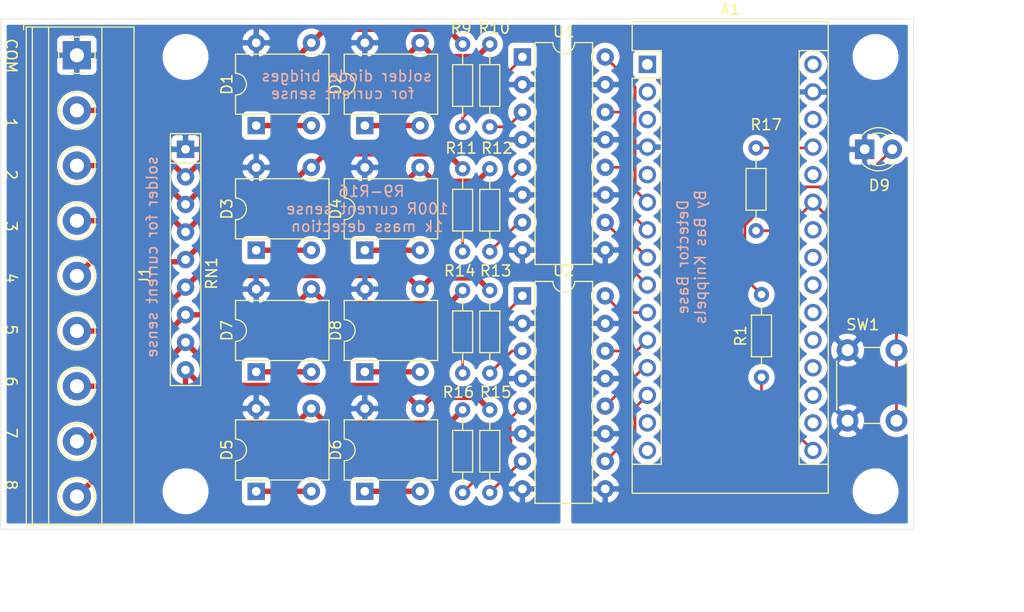
<source format=kicad_pcb>
(kicad_pcb (version 20171130) (host pcbnew "(5.1.6)-1")
  (layers (0 F.Cu signal) (31 B.Cu signal) (34 B.Paste user) (35 F.Paste user) (36 B.SilkS user) (37 F.SilkS user) (38 B.Mask user) (39 F.Mask user) (44 Edge.Cuts user))
  (net 0 "")
  (net 1 /status_led)
  (net 2 "Net-(A1-Pad15)")
  (net 3 "Net-(A1-Pad30)")
  (net 4 "Net-(A1-Pad14)")
  (net 5 GND)
  (net 6 /det8)
  (net 7 "Net-(A1-Pad28)")
  (net 8 /det7)
  (net 9 +5V)
  (net 10 /det6)
  (net 11 "Net-(A1-Pad26)")
  (net 12 /det5)
  (net 13 "Net-(A1-Pad25)")
  (net 14 /det4)
  (net 15 "Net-(A1-Pad24)")
  (net 16 /det3)
  (net 17 "Net-(A1-Pad23)")
  (net 18 /det2)
  (net 19 "Net-(A1-Pad22)")
  (net 20 /det1)
  (net 21 "Net-(A1-Pad21)")
  (net 22 "Net-(A1-Pad5)")
  (net 23 "Net-(A1-Pad20)")
  (net 24 "Net-(A1-Pad19)")
  (net 25 "Net-(A1-Pad3)")
  (net 26 "Net-(A1-Pad18)")
  (net 27 "Net-(A1-Pad2)")
  (net 28 "Net-(A1-Pad17)")
  (net 29 "Net-(A1-Pad1)")
  (net 30 "Net-(D1-Pad1)")
  (net 31 /track1)
  (net 32 /com)
  (net 33 "Net-(D2-Pad1)")
  (net 34 /track2)
  (net 35 "Net-(D3-Pad1)")
  (net 36 /track3)
  (net 37 "Net-(D4-Pad1)")
  (net 38 /track4)
  (net 39 "Net-(D5-Pad1)")
  (net 40 /track5)
  (net 41 "Net-(D6-Pad1)")
  (net 42 /track6)
  (net 43 "Net-(D7-Pad1)")
  (net 44 /track7)
  (net 45 "Net-(D8-Pad1)")
  (net 46 /track8)
  (net 47 "Net-(D9-Pad2)")
  (net 48 "Net-(R9-Pad2)")
  (net 49 "Net-(R10-Pad2)")
  (net 50 "Net-(R11-Pad2)")
  (net 51 "Net-(R12-Pad2)")
  (net 52 "Net-(R13-Pad2)")
  (net 53 "Net-(R14-Pad2)")
  (net 54 "Net-(R15-Pad2)")
  (net 55 "Net-(R16-Pad2)")
  (module MountingHole:MountingHole_3.2mm_M3 (layer F.Cu) (at 148.5 56.5)
    (fp_text reference REF**)
    (fp_text value MountingHole_3.2mm_M3)
    (pad 1 np_thru_hole circle (at 0 0) (size 3.2 3.2) (drill 3.2) (layers *.Cu *.Mask))
  )
  (module MountingHole:MountingHole_3.2mm_M3 (layer F.Cu) (at 148.5 96.5)
    (fp_text reference REF**)
    (fp_text value MountingHole_3.2mm_M3)
    (pad 1 np_thru_hole circle (at 0 0) (size 3.2 3.2) (drill 3.2) (layers *.Cu *.Mask))
  )
  (module MountingHole:MountingHole_3.2mm_M3 (layer F.Cu) (at 85 96.5)
    (fp_text reference REF**)
    (fp_text value MountingHole_3.2mm_M3)
    (pad 1 np_thru_hole circle (at 0 0) (size 3.2 3.2) (drill 3.2) (layers *.Cu *.Mask))
  )
  (module MountingHole:MountingHole_3.2mm_M3 (layer F.Cu) (at 85 56.5)
    (fp_text reference REF**)
    (fp_text value MountingHole_3.2mm_M3)
    (pad 1 np_thru_hole circle (at 0 0) (size 3.2 3.2) (drill 3.2) (layers *.Cu *.Mask))
  )
  (module Package_DIP:DIP-16_W7.62mm (layer F.Cu) (at 116 78.5)
    (fp_text reference U2 (at 3.81 -2.33) (layer F.SilkS))
    (fp_text value PC847)
    (fp_arc (start 3.81 -1.33) (end 2.81 -1.33) (angle -180) (layer F.SilkS) (width 0.12))
    (fp_line (start 2.81 -1.33) (end 1.16 -1.33) (layer F.SilkS) (width 0.12))
    (fp_line (start 1.16 -1.33) (end 1.16 19.11) (layer F.SilkS) (width 0.12))
    (fp_line (start 1.16 19.11) (end 6.46 19.11) (layer F.SilkS) (width 0.12))
    (fp_line (start 6.46 19.11) (end 6.46 -1.33) (layer F.SilkS) (width 0.12))
    (fp_line (start 6.46 -1.33) (end 4.81 -1.33) (layer F.SilkS) (width 0.12))
    (pad 16 thru_hole oval (at 7.62 0) (size 1.6 1.6) (drill 0.8) (layers *.Cu *.Mask) (net 10 /det6))
    (pad 8 thru_hole oval (at 0 17.78) (size 1.6 1.6) (drill 0.8) (layers *.Cu *.Mask) (net 32 /com))
    (pad 15 thru_hole oval (at 7.62 2.54) (size 1.6 1.6) (drill 0.8) (layers *.Cu *.Mask) (net 5 GND))
    (pad 7 thru_hole oval (at 0 15.24) (size 1.6 1.6) (drill 0.8) (layers *.Cu *.Mask) (net 54 "Net-(R15-Pad2)"))
    (pad 14 thru_hole oval (at 7.62 5.08) (size 1.6 1.6) (drill 0.8) (layers *.Cu *.Mask) (net 12 /det5))
    (pad 6 thru_hole oval (at 0 12.7) (size 1.6 1.6) (drill 0.8) (layers *.Cu *.Mask) (net 32 /com))
    (pad 13 thru_hole oval (at 7.62 7.62) (size 1.6 1.6) (drill 0.8) (layers *.Cu *.Mask) (net 5 GND))
    (pad 5 thru_hole oval (at 0 10.16) (size 1.6 1.6) (drill 0.8) (layers *.Cu *.Mask) (net 55 "Net-(R16-Pad2)"))
    (pad 12 thru_hole oval (at 7.62 10.16) (size 1.6 1.6) (drill 0.8) (layers *.Cu *.Mask) (net 6 /det8))
    (pad 4 thru_hole oval (at 0 7.62) (size 1.6 1.6) (drill 0.8) (layers *.Cu *.Mask) (net 32 /com))
    (pad 11 thru_hole oval (at 7.62 12.7) (size 1.6 1.6) (drill 0.8) (layers *.Cu *.Mask) (net 5 GND))
    (pad 3 thru_hole oval (at 0 5.08) (size 1.6 1.6) (drill 0.8) (layers *.Cu *.Mask) (net 52 "Net-(R13-Pad2)"))
    (pad 10 thru_hole oval (at 7.62 15.24) (size 1.6 1.6) (drill 0.8) (layers *.Cu *.Mask) (net 8 /det7))
    (pad 2 thru_hole oval (at 0 2.54) (size 1.6 1.6) (drill 0.8) (layers *.Cu *.Mask) (net 32 /com))
    (pad 9 thru_hole oval (at 7.62 17.78) (size 1.6 1.6) (drill 0.8) (layers *.Cu *.Mask) (net 5 GND))
    (pad 1 thru_hole rect (at 0 0) (size 1.6 1.6) (drill 0.8) (layers *.Cu *.Mask) (net 53 "Net-(R14-Pad2)"))
  )
  (module Package_DIP:DIP-16_W7.62mm (layer F.Cu) (at 116 56.5)
    (fp_text reference U1 (at 3.81 -2.33) (layer F.SilkS))
    (fp_text value PC847)
    (fp_arc (start 3.81 -1.33) (end 2.81 -1.33) (angle -180) (layer F.SilkS) (width 0.12))
    (fp_line (start 2.81 -1.33) (end 1.16 -1.33) (layer F.SilkS) (width 0.12))
    (fp_line (start 1.16 -1.33) (end 1.16 19.11) (layer F.SilkS) (width 0.12))
    (fp_line (start 1.16 19.11) (end 6.46 19.11) (layer F.SilkS) (width 0.12))
    (fp_line (start 6.46 19.11) (end 6.46 -1.33) (layer F.SilkS) (width 0.12))
    (fp_line (start 6.46 -1.33) (end 4.81 -1.33) (layer F.SilkS) (width 0.12))
    (pad 16 thru_hole oval (at 7.62 0) (size 1.6 1.6) (drill 0.8) (layers *.Cu *.Mask) (net 20 /det1))
    (pad 8 thru_hole oval (at 0 17.78) (size 1.6 1.6) (drill 0.8) (layers *.Cu *.Mask) (net 32 /com))
    (pad 15 thru_hole oval (at 7.62 2.54) (size 1.6 1.6) (drill 0.8) (layers *.Cu *.Mask) (net 5 GND))
    (pad 7 thru_hole oval (at 0 15.24) (size 1.6 1.6) (drill 0.8) (layers *.Cu *.Mask) (net 51 "Net-(R12-Pad2)"))
    (pad 14 thru_hole oval (at 7.62 5.08) (size 1.6 1.6) (drill 0.8) (layers *.Cu *.Mask) (net 18 /det2))
    (pad 6 thru_hole oval (at 0 12.7) (size 1.6 1.6) (drill 0.8) (layers *.Cu *.Mask) (net 32 /com))
    (pad 13 thru_hole oval (at 7.62 7.62) (size 1.6 1.6) (drill 0.8) (layers *.Cu *.Mask) (net 5 GND))
    (pad 5 thru_hole oval (at 0 10.16) (size 1.6 1.6) (drill 0.8) (layers *.Cu *.Mask) (net 50 "Net-(R11-Pad2)"))
    (pad 12 thru_hole oval (at 7.62 10.16) (size 1.6 1.6) (drill 0.8) (layers *.Cu *.Mask) (net 16 /det3))
    (pad 4 thru_hole oval (at 0 7.62) (size 1.6 1.6) (drill 0.8) (layers *.Cu *.Mask) (net 32 /com))
    (pad 11 thru_hole oval (at 7.62 12.7) (size 1.6 1.6) (drill 0.8) (layers *.Cu *.Mask) (net 5 GND))
    (pad 3 thru_hole oval (at 0 5.08) (size 1.6 1.6) (drill 0.8) (layers *.Cu *.Mask) (net 49 "Net-(R10-Pad2)"))
    (pad 10 thru_hole oval (at 7.62 15.24) (size 1.6 1.6) (drill 0.8) (layers *.Cu *.Mask) (net 14 /det4))
    (pad 2 thru_hole oval (at 0 2.54) (size 1.6 1.6) (drill 0.8) (layers *.Cu *.Mask) (net 32 /com))
    (pad 9 thru_hole oval (at 7.62 17.78) (size 1.6 1.6) (drill 0.8) (layers *.Cu *.Mask) (net 5 GND))
    (pad 1 thru_hole rect (at 0 0) (size 1.6 1.6) (drill 0.8) (layers *.Cu *.Mask) (net 48 "Net-(R9-Pad2)"))
  )
  (module Button_Switch_THT:SW_PUSH_6mm_H4.3mm (layer F.Cu) (at 145.923 90 90)
    (fp_text reference SW1 (at 8.847 1.397 180) (layer F.SilkS))
    (fp_text value SW_SPST)
    (fp_line (start 1 5.5) (end 5.5 5.5) (layer F.SilkS) (width 0.12))
    (fp_line (start -0.25 1.5) (end -0.25 3) (layer F.SilkS) (width 0.12))
    (fp_line (start 5.5 -1) (end 1 -1) (layer F.SilkS) (width 0.12))
    (fp_line (start 6.75 3) (end 6.75 1.5) (layer F.SilkS) (width 0.12))
    (pad 1 thru_hole circle (at 6.5 0 180) (size 2 2) (drill 1.1) (layers *.Cu *.Mask) (net 5 GND))
    (pad 2 thru_hole circle (at 6.5 4.5 180) (size 2 2) (drill 1.1) (layers *.Cu *.Mask) (net 13 "Net-(A1-Pad25)"))
    (pad 1 thru_hole circle (at 0 0 180) (size 2 2) (drill 1.1) (layers *.Cu *.Mask) (net 5 GND))
    (pad 2 thru_hole circle (at 0 4.5 180) (size 2 2) (drill 1.1) (layers *.Cu *.Mask) (net 13 "Net-(A1-Pad25)"))
  )
  (module Resistor_THT:R_Array_SIP9 (layer F.Cu) (at 85 65 270)
    (fp_text reference RN1 (at 11.43 -2.4 90) (layer F.SilkS))
    (fp_text value R_Network08_Split)
    (fp_line (start -1.44 -1.4) (end -1.44 1.4) (layer F.SilkS) (width 0.12))
    (fp_line (start -1.44 1.4) (end 21.76 1.4) (layer F.SilkS) (width 0.12))
    (fp_line (start 21.76 1.4) (end 21.76 -1.4) (layer F.SilkS) (width 0.12))
    (fp_line (start 21.76 -1.4) (end -1.44 -1.4) (layer F.SilkS) (width 0.12))
    (fp_line (start 1.27 -1.4) (end 1.27 1.4) (layer F.SilkS) (width 0.12))
    (pad 9 thru_hole oval (at 20.32 0 270) (size 1.6 1.6) (drill 0.8) (layers *.Cu *.Mask) (net 46 /track8))
    (pad 8 thru_hole oval (at 17.78 0 270) (size 1.6 1.6) (drill 0.8) (layers *.Cu *.Mask) (net 44 /track7))
    (pad 7 thru_hole oval (at 15.24 0 270) (size 1.6 1.6) (drill 0.8) (layers *.Cu *.Mask) (net 42 /track6))
    (pad 6 thru_hole oval (at 12.7 0 270) (size 1.6 1.6) (drill 0.8) (layers *.Cu *.Mask) (net 40 /track5))
    (pad 5 thru_hole oval (at 10.16 0 270) (size 1.6 1.6) (drill 0.8) (layers *.Cu *.Mask) (net 38 /track4))
    (pad 4 thru_hole oval (at 7.62 0 270) (size 1.6 1.6) (drill 0.8) (layers *.Cu *.Mask) (net 36 /track3))
    (pad 3 thru_hole oval (at 5.08 0 270) (size 1.6 1.6) (drill 0.8) (layers *.Cu *.Mask) (net 34 /track2))
    (pad 2 thru_hole oval (at 2.54 0 270) (size 1.6 1.6) (drill 0.8) (layers *.Cu *.Mask) (net 31 /track1))
    (pad 1 thru_hole rect (at 0 0 270) (size 1.6 1.6) (drill 0.8) (layers *.Cu *.Mask) (net 32 /com))
  )
  (module Resistor_THT:R_Axial_DIN0204_L3.6mm_D1.6mm_P7.62mm_Horizontal (layer F.Cu) (at 137.5 64.88 270)
    (fp_text reference R17 (at -2.142 -0.93 180) (layer F.SilkS))
    (fp_text value R)
    (fp_line (start 1.89 -0.92) (end 1.89 0.92) (layer F.SilkS) (width 0.12))
    (fp_line (start 1.89 0.92) (end 5.73 0.92) (layer F.SilkS) (width 0.12))
    (fp_line (start 5.73 0.92) (end 5.73 -0.92) (layer F.SilkS) (width 0.12))
    (fp_line (start 5.73 -0.92) (end 1.89 -0.92) (layer F.SilkS) (width 0.12))
    (fp_line (start 0.94 0) (end 1.89 0) (layer F.SilkS) (width 0.12))
    (fp_line (start 6.68 0) (end 5.73 0) (layer F.SilkS) (width 0.12))
    (pad 2 thru_hole oval (at 7.62 0 270) (size 1.4 1.4) (drill 0.7) (layers *.Cu *.Mask) (net 13 "Net-(A1-Pad25)"))
    (pad 1 thru_hole circle (at 0 0 270) (size 1.4 1.4) (drill 0.7) (layers *.Cu *.Mask) (net 9 +5V))
  )
  (module Resistor_THT:R_Axial_DIN0204_L3.6mm_D1.6mm_P7.62mm_Horizontal (layer F.Cu) (at 110.5 89 270)
    (fp_text reference R16 (at -1.624 0.391 180) (layer F.SilkS))
    (fp_text value R)
    (fp_line (start 1.89 -0.92) (end 1.89 0.92) (layer F.SilkS) (width 0.12))
    (fp_line (start 1.89 0.92) (end 5.73 0.92) (layer F.SilkS) (width 0.12))
    (fp_line (start 5.73 0.92) (end 5.73 -0.92) (layer F.SilkS) (width 0.12))
    (fp_line (start 5.73 -0.92) (end 1.89 -0.92) (layer F.SilkS) (width 0.12))
    (fp_line (start 0.94 0) (end 1.89 0) (layer F.SilkS) (width 0.12))
    (fp_line (start 6.68 0) (end 5.73 0) (layer F.SilkS) (width 0.12))
    (pad 2 thru_hole oval (at 7.62 0 270) (size 1.4 1.4) (drill 0.7) (layers *.Cu *.Mask) (net 55 "Net-(R16-Pad2)"))
    (pad 1 thru_hole circle (at 0 0 270) (size 1.4 1.4) (drill 0.7) (layers *.Cu *.Mask) (net 46 /track8))
  )
  (module Resistor_THT:R_Axial_DIN0204_L3.6mm_D1.6mm_P7.62mm_Horizontal (layer F.Cu) (at 113 89 270)
    (fp_text reference R15 (at -1.624 -0.538 180) (layer F.SilkS))
    (fp_text value R)
    (fp_line (start 1.89 -0.92) (end 1.89 0.92) (layer F.SilkS) (width 0.12))
    (fp_line (start 1.89 0.92) (end 5.73 0.92) (layer F.SilkS) (width 0.12))
    (fp_line (start 5.73 0.92) (end 5.73 -0.92) (layer F.SilkS) (width 0.12))
    (fp_line (start 5.73 -0.92) (end 1.89 -0.92) (layer F.SilkS) (width 0.12))
    (fp_line (start 0.94 0) (end 1.89 0) (layer F.SilkS) (width 0.12))
    (fp_line (start 6.68 0) (end 5.73 0) (layer F.SilkS) (width 0.12))
    (pad 2 thru_hole oval (at 7.62 0 270) (size 1.4 1.4) (drill 0.7) (layers *.Cu *.Mask) (net 54 "Net-(R15-Pad2)"))
    (pad 1 thru_hole circle (at 0 0 270) (size 1.4 1.4) (drill 0.7) (layers *.Cu *.Mask) (net 44 /track7))
  )
  (module Resistor_THT:R_Axial_DIN0204_L3.6mm_D1.6mm_P7.62mm_Horizontal (layer F.Cu) (at 110.5 78 270)
    (fp_text reference R14 (at -1.8 0.264 180) (layer F.SilkS))
    (fp_text value R)
    (fp_line (start 1.89 -0.92) (end 1.89 0.92) (layer F.SilkS) (width 0.12))
    (fp_line (start 1.89 0.92) (end 5.73 0.92) (layer F.SilkS) (width 0.12))
    (fp_line (start 5.73 0.92) (end 5.73 -0.92) (layer F.SilkS) (width 0.12))
    (fp_line (start 5.73 -0.92) (end 1.89 -0.92) (layer F.SilkS) (width 0.12))
    (fp_line (start 0.94 0) (end 1.89 0) (layer F.SilkS) (width 0.12))
    (fp_line (start 6.68 0) (end 5.73 0) (layer F.SilkS) (width 0.12))
    (pad 2 thru_hole oval (at 7.62 0 270) (size 1.4 1.4) (drill 0.7) (layers *.Cu *.Mask) (net 53 "Net-(R14-Pad2)"))
    (pad 1 thru_hole circle (at 0 0 270) (size 1.4 1.4) (drill 0.7) (layers *.Cu *.Mask) (net 42 /track6))
  )
  (module Resistor_THT:R_Axial_DIN0204_L3.6mm_D1.6mm_P7.62mm_Horizontal (layer F.Cu) (at 113 78 270)
    (fp_text reference R13 (at -1.8 -0.538 180) (layer F.SilkS))
    (fp_text value R)
    (fp_line (start 1.89 -0.92) (end 1.89 0.92) (layer F.SilkS) (width 0.12))
    (fp_line (start 1.89 0.92) (end 5.73 0.92) (layer F.SilkS) (width 0.12))
    (fp_line (start 5.73 0.92) (end 5.73 -0.92) (layer F.SilkS) (width 0.12))
    (fp_line (start 5.73 -0.92) (end 1.89 -0.92) (layer F.SilkS) (width 0.12))
    (fp_line (start 0.94 0) (end 1.89 0) (layer F.SilkS) (width 0.12))
    (fp_line (start 6.68 0) (end 5.73 0) (layer F.SilkS) (width 0.12))
    (pad 2 thru_hole oval (at 7.62 0 270) (size 1.4 1.4) (drill 0.7) (layers *.Cu *.Mask) (net 52 "Net-(R13-Pad2)"))
    (pad 1 thru_hole circle (at 0 0 270) (size 1.4 1.4) (drill 0.7) (layers *.Cu *.Mask) (net 40 /track5))
  )
  (module Resistor_THT:R_Axial_DIN0204_L3.6mm_D1.6mm_P7.62mm_Horizontal (layer F.Cu) (at 113 66.802 270)
    (fp_text reference R12 (at -1.905 -0.665 180) (layer F.SilkS))
    (fp_text value R)
    (fp_line (start 1.89 -0.92) (end 1.89 0.92) (layer F.SilkS) (width 0.12))
    (fp_line (start 1.89 0.92) (end 5.73 0.92) (layer F.SilkS) (width 0.12))
    (fp_line (start 5.73 0.92) (end 5.73 -0.92) (layer F.SilkS) (width 0.12))
    (fp_line (start 5.73 -0.92) (end 1.89 -0.92) (layer F.SilkS) (width 0.12))
    (fp_line (start 0.94 0) (end 1.89 0) (layer F.SilkS) (width 0.12))
    (fp_line (start 6.68 0) (end 5.73 0) (layer F.SilkS) (width 0.12))
    (pad 2 thru_hole oval (at 7.62 0 270) (size 1.4 1.4) (drill 0.7) (layers *.Cu *.Mask) (net 51 "Net-(R12-Pad2)"))
    (pad 1 thru_hole circle (at 0 0 270) (size 1.4 1.4) (drill 0.7) (layers *.Cu *.Mask) (net 38 /track4))
  )
  (module Resistor_THT:R_Axial_DIN0204_L3.6mm_D1.6mm_P7.62mm_Horizontal (layer F.Cu) (at 110.5 66.795 270)
    (fp_text reference R11 (at -1.898 0.137 180) (layer F.SilkS))
    (fp_text value R)
    (fp_line (start 1.89 -0.92) (end 1.89 0.92) (layer F.SilkS) (width 0.12))
    (fp_line (start 1.89 0.92) (end 5.73 0.92) (layer F.SilkS) (width 0.12))
    (fp_line (start 5.73 0.92) (end 5.73 -0.92) (layer F.SilkS) (width 0.12))
    (fp_line (start 5.73 -0.92) (end 1.89 -0.92) (layer F.SilkS) (width 0.12))
    (fp_line (start 0.94 0) (end 1.89 0) (layer F.SilkS) (width 0.12))
    (fp_line (start 6.68 0) (end 5.73 0) (layer F.SilkS) (width 0.12))
    (pad 2 thru_hole oval (at 7.62 0 270) (size 1.4 1.4) (drill 0.7) (layers *.Cu *.Mask) (net 50 "Net-(R11-Pad2)"))
    (pad 1 thru_hole circle (at 0 0 270) (size 1.4 1.4) (drill 0.7) (layers *.Cu *.Mask) (net 36 /track3))
  )
  (module Resistor_THT:R_Axial_DIN0204_L3.6mm_D1.6mm_P7.62mm_Horizontal (layer F.Cu) (at 113 55.316 270)
    (fp_text reference R10 (at -1.468 -0.411 180) (layer F.SilkS))
    (fp_text value R)
    (fp_line (start 1.89 -0.92) (end 1.89 0.92) (layer F.SilkS) (width 0.12))
    (fp_line (start 1.89 0.92) (end 5.73 0.92) (layer F.SilkS) (width 0.12))
    (fp_line (start 5.73 0.92) (end 5.73 -0.92) (layer F.SilkS) (width 0.12))
    (fp_line (start 5.73 -0.92) (end 1.89 -0.92) (layer F.SilkS) (width 0.12))
    (fp_line (start 0.94 0) (end 1.89 0) (layer F.SilkS) (width 0.12))
    (fp_line (start 6.68 0) (end 5.73 0) (layer F.SilkS) (width 0.12))
    (pad 2 thru_hole oval (at 7.62 0 270) (size 1.4 1.4) (drill 0.7) (layers *.Cu *.Mask) (net 49 "Net-(R10-Pad2)"))
    (pad 1 thru_hole circle (at 0 0 270) (size 1.4 1.4) (drill 0.7) (layers *.Cu *.Mask) (net 34 /track2))
  )
  (module Resistor_THT:R_Axial_DIN0204_L3.6mm_D1.6mm_P7.62mm_Horizontal (layer F.Cu) (at 110.5 55.316 270)
    (fp_text reference R9 (at -1.468 0.137 180) (layer F.SilkS))
    (fp_text value R)
    (fp_line (start 1.89 -0.92) (end 1.89 0.92) (layer F.SilkS) (width 0.12))
    (fp_line (start 1.89 0.92) (end 5.73 0.92) (layer F.SilkS) (width 0.12))
    (fp_line (start 5.73 0.92) (end 5.73 -0.92) (layer F.SilkS) (width 0.12))
    (fp_line (start 5.73 -0.92) (end 1.89 -0.92) (layer F.SilkS) (width 0.12))
    (fp_line (start 0.94 0) (end 1.89 0) (layer F.SilkS) (width 0.12))
    (fp_line (start 6.68 0) (end 5.73 0) (layer F.SilkS) (width 0.12))
    (pad 2 thru_hole oval (at 7.62 0 270) (size 1.4 1.4) (drill 0.7) (layers *.Cu *.Mask) (net 48 "Net-(R9-Pad2)"))
    (pad 1 thru_hole circle (at 0 0 270) (size 1.4 1.4) (drill 0.7) (layers *.Cu *.Mask) (net 31 /track1))
  )
  (module Resistor_THT:R_Axial_DIN0204_L3.6mm_D1.6mm_P7.62mm_Horizontal (layer F.Cu) (at 138 86 90)
    (fp_text reference R1 (at 3.81 -1.92 90) (layer F.SilkS))
    (fp_text value R)
    (fp_line (start 1.89 -0.92) (end 1.89 0.92) (layer F.SilkS) (width 0.12))
    (fp_line (start 1.89 0.92) (end 5.73 0.92) (layer F.SilkS) (width 0.12))
    (fp_line (start 5.73 0.92) (end 5.73 -0.92) (layer F.SilkS) (width 0.12))
    (fp_line (start 5.73 -0.92) (end 1.89 -0.92) (layer F.SilkS) (width 0.12))
    (fp_line (start 0.94 0) (end 1.89 0) (layer F.SilkS) (width 0.12))
    (fp_line (start 6.68 0) (end 5.73 0) (layer F.SilkS) (width 0.12))
    (pad 2 thru_hole oval (at 7.62 0 90) (size 1.4 1.4) (drill 0.7) (layers *.Cu *.Mask) (net 47 "Net-(D9-Pad2)"))
    (pad 1 thru_hole circle (at 0 0 90) (size 1.4 1.4) (drill 0.7) (layers *.Cu *.Mask) (net 1 /status_led))
  )
  (module TerminalBlock_Phoenix:TerminalBlock_Phoenix_MKDS-1,5-9-5.08_1x09_P5.08mm_Horizontal (layer F.Cu) (at 75 56.34 270)
    (fp_text reference J1 (at 20.32 -6.26 90) (layer F.SilkS))
    (fp_text value Screw_Terminal_01x09)
    (fp_arc (start 0 0) (end -0.684 1.535) (angle -25) (layer F.SilkS) (width 0.12))
    (fp_arc (start 0 0) (end -1.535 -0.684) (angle -48) (layer F.SilkS) (width 0.12))
    (fp_arc (start 0 0) (end 0.684 -1.535) (angle -48) (layer F.SilkS) (width 0.12))
    (fp_arc (start 0 0) (end 1.535 0.684) (angle -48) (layer F.SilkS) (width 0.12))
    (fp_arc (start 0 0) (end 0 1.68) (angle -24) (layer F.SilkS) (width 0.12))
    (fp_circle (center 5.08 0) (end 6.76 0) (layer F.SilkS) (width 0.12))
    (fp_circle (center 10.16 0) (end 11.84 0) (layer F.SilkS) (width 0.12))
    (fp_circle (center 15.24 0) (end 16.92 0) (layer F.SilkS) (width 0.12))
    (fp_circle (center 20.32 0) (end 22 0) (layer F.SilkS) (width 0.12))
    (fp_circle (center 25.4 0) (end 27.08 0) (layer F.SilkS) (width 0.12))
    (fp_circle (center 30.48 0) (end 32.16 0) (layer F.SilkS) (width 0.12))
    (fp_circle (center 35.56 0) (end 37.24 0) (layer F.SilkS) (width 0.12))
    (fp_circle (center 40.64 0) (end 42.32 0) (layer F.SilkS) (width 0.12))
    (fp_line (start -2.6 4.1) (end 43.24 4.1) (layer F.SilkS) (width 0.12))
    (fp_line (start -2.6 2.6) (end 43.24 2.6) (layer F.SilkS) (width 0.12))
    (fp_line (start -2.6 -2.301) (end 43.24 -2.301) (layer F.SilkS) (width 0.12))
    (fp_line (start -2.6 -5.261) (end 43.24 -5.261) (layer F.SilkS) (width 0.12))
    (fp_line (start -2.6 4.66) (end 43.24 4.66) (layer F.SilkS) (width 0.12))
    (fp_line (start -2.6 -5.261) (end -2.6 4.66) (layer F.SilkS) (width 0.12))
    (fp_line (start 43.24 -5.261) (end 43.24 4.66) (layer F.SilkS) (width 0.12))
    (fp_line (start 6.355 -1.069) (end 6.308 -1.023) (layer F.SilkS) (width 0.12))
    (fp_line (start 4.046 1.239) (end 4.011 1.274) (layer F.SilkS) (width 0.12))
    (fp_line (start 6.15 -1.275) (end 6.115 -1.239) (layer F.SilkS) (width 0.12))
    (fp_line (start 3.853 1.023) (end 3.806 1.069) (layer F.SilkS) (width 0.12))
    (fp_line (start 11.435 -1.069) (end 11.388 -1.023) (layer F.SilkS) (width 0.12))
    (fp_line (start 9.126 1.239) (end 9.091 1.274) (layer F.SilkS) (width 0.12))
    (fp_line (start 11.23 -1.275) (end 11.195 -1.239) (layer F.SilkS) (width 0.12))
    (fp_line (start 8.933 1.023) (end 8.886 1.069) (layer F.SilkS) (width 0.12))
    (fp_line (start 16.515 -1.069) (end 16.468 -1.023) (layer F.SilkS) (width 0.12))
    (fp_line (start 14.206 1.239) (end 14.171 1.274) (layer F.SilkS) (width 0.12))
    (fp_line (start 16.31 -1.275) (end 16.275 -1.239) (layer F.SilkS) (width 0.12))
    (fp_line (start 14.013 1.023) (end 13.966 1.069) (layer F.SilkS) (width 0.12))
    (fp_line (start 21.595 -1.069) (end 21.548 -1.023) (layer F.SilkS) (width 0.12))
    (fp_line (start 19.286 1.239) (end 19.251 1.274) (layer F.SilkS) (width 0.12))
    (fp_line (start 21.39 -1.275) (end 21.355 -1.239) (layer F.SilkS) (width 0.12))
    (fp_line (start 19.093 1.023) (end 19.046 1.069) (layer F.SilkS) (width 0.12))
    (fp_line (start 26.675 -1.069) (end 26.628 -1.023) (layer F.SilkS) (width 0.12))
    (fp_line (start 24.366 1.239) (end 24.331 1.274) (layer F.SilkS) (width 0.12))
    (fp_line (start 26.47 -1.275) (end 26.435 -1.239) (layer F.SilkS) (width 0.12))
    (fp_line (start 24.173 1.023) (end 24.126 1.069) (layer F.SilkS) (width 0.12))
    (fp_line (start 31.755 -1.069) (end 31.708 -1.023) (layer F.SilkS) (width 0.12))
    (fp_line (start 29.446 1.239) (end 29.411 1.274) (layer F.SilkS) (width 0.12))
    (fp_line (start 31.55 -1.275) (end 31.515 -1.239) (layer F.SilkS) (width 0.12))
    (fp_line (start 29.253 1.023) (end 29.206 1.069) (layer F.SilkS) (width 0.12))
    (fp_line (start 36.835 -1.069) (end 36.788 -1.023) (layer F.SilkS) (width 0.12))
    (fp_line (start 34.526 1.239) (end 34.491 1.274) (layer F.SilkS) (width 0.12))
    (fp_line (start 36.63 -1.275) (end 36.595 -1.239) (layer F.SilkS) (width 0.12))
    (fp_line (start 34.333 1.023) (end 34.286 1.069) (layer F.SilkS) (width 0.12))
    (fp_line (start 41.915 -1.069) (end 41.868 -1.023) (layer F.SilkS) (width 0.12))
    (fp_line (start 39.606 1.239) (end 39.571 1.274) (layer F.SilkS) (width 0.12))
    (fp_line (start 41.71 -1.275) (end 41.675 -1.239) (layer F.SilkS) (width 0.12))
    (fp_line (start 39.413 1.023) (end 39.366 1.069) (layer F.SilkS) (width 0.12))
    (fp_line (start -2.84 4.16) (end -2.84 4.9) (layer F.SilkS) (width 0.12))
    (fp_line (start -2.84 4.9) (end -2.34 4.9) (layer F.SilkS) (width 0.12))
    (pad 9 thru_hole circle (at 40.64 0 270) (size 2.6 2.6) (drill 1.3) (layers *.Cu *.Mask) (net 46 /track8))
    (pad 8 thru_hole circle (at 35.56 0 270) (size 2.6 2.6) (drill 1.3) (layers *.Cu *.Mask) (net 44 /track7))
    (pad 7 thru_hole circle (at 30.48 0 270) (size 2.6 2.6) (drill 1.3) (layers *.Cu *.Mask) (net 42 /track6))
    (pad 6 thru_hole circle (at 25.4 0 270) (size 2.6 2.6) (drill 1.3) (layers *.Cu *.Mask) (net 40 /track5))
    (pad 5 thru_hole circle (at 20.32 0 270) (size 2.6 2.6) (drill 1.3) (layers *.Cu *.Mask) (net 38 /track4))
    (pad 4 thru_hole circle (at 15.24 0 270) (size 2.6 2.6) (drill 1.3) (layers *.Cu *.Mask) (net 36 /track3))
    (pad 3 thru_hole circle (at 10.16 0 270) (size 2.6 2.6) (drill 1.3) (layers *.Cu *.Mask) (net 34 /track2))
    (pad 2 thru_hole circle (at 5.08 0 270) (size 2.6 2.6) (drill 1.3) (layers *.Cu *.Mask) (net 31 /track1))
    (pad 1 thru_hole rect (at 0 0 270) (size 2.6 2.6) (drill 1.3) (layers *.Cu *.Mask) (net 32 /com))
  )
  (module LED_THT:LED_D3.0mm (layer F.Cu) (at 147.5 65)
    (fp_text reference D9 (at 1.344 3.326) (layer F.SilkS))
    (fp_text value LED)
    (fp_arc (start 1.27 0) (end 0.229039 1.08) (angle -87.9) (layer F.SilkS) (width 0.12))
    (fp_arc (start 1.27 0) (end 0.229039 -1.08) (angle 87.9) (layer F.SilkS) (width 0.12))
    (fp_arc (start 1.27 0) (end -0.29 1.235516) (angle -108.8) (layer F.SilkS) (width 0.12))
    (fp_arc (start 1.27 0) (end -0.29 -1.235516) (angle 108.8) (layer F.SilkS) (width 0.12))
    (fp_line (start -0.29 -1.236) (end -0.29 -1.08) (layer F.SilkS) (width 0.12))
    (fp_line (start -0.29 1.08) (end -0.29 1.236) (layer F.SilkS) (width 0.12))
    (pad 2 thru_hole circle (at 2.54 0) (size 1.8 1.8) (drill 0.9) (layers *.Cu *.Mask) (net 47 "Net-(D9-Pad2)"))
    (pad 1 thru_hole rect (at 0 0) (size 1.8 1.8) (drill 0.9) (layers *.Cu *.Mask) (net 5 GND))
  )
  (module Diode_THT:Diode_Bridge_DIP-4_W7.62mm_P5.08mm (layer F.Cu) (at 101.5 85.5 90)
    (fp_text reference D8 (at 3.8 -2.7 90) (layer F.SilkS))
    (fp_text value D)
    (fp_arc (start 3.81 -1.9) (end 2.81 -1.9) (angle -180) (layer F.SilkS) (width 0.12))
    (fp_line (start 6.58 -1.9) (end 4.81 -1.9) (layer F.SilkS) (width 0.12))
    (fp_line (start 6.58 6.7) (end 6.58 -1.9) (layer F.SilkS) (width 0.12))
    (fp_line (start 1.04 6.7) (end 6.58 6.7) (layer F.SilkS) (width 0.12))
    (fp_line (start 1.04 -1.9) (end 1.04 6.7) (layer F.SilkS) (width 0.12))
    (fp_line (start 2.81 -1.9) (end 1.04 -1.9) (layer F.SilkS) (width 0.12))
    (pad 1 thru_hole rect (at 0 0 90) (size 1.6 1.6) (drill 0.8) (layers *.Cu *.Mask) (net 45 "Net-(D8-Pad1)"))
    (pad 3 thru_hole oval (at 7.62 5.08 90) (size 1.6 1.6) (drill 0.8) (layers *.Cu *.Mask) (net 40 /track5))
    (pad 2 thru_hole oval (at 0 5.08 90) (size 1.6 1.6) (drill 0.8) (layers *.Cu *.Mask) (net 45 "Net-(D8-Pad1)"))
    (pad 4 thru_hole oval (at 7.62 0 90) (size 1.6 1.6) (drill 0.8) (layers *.Cu *.Mask) (net 32 /com))
  )
  (module Diode_THT:Diode_Bridge_DIP-4_W7.62mm_P5.08mm (layer F.Cu) (at 91.5 85.5 90)
    (fp_text reference D7 (at 3.8 -2.7 90) (layer F.SilkS))
    (fp_text value D)
    (fp_arc (start 3.81 -1.9) (end 2.81 -1.9) (angle -180) (layer F.SilkS) (width 0.12))
    (fp_line (start 6.58 -1.9) (end 4.81 -1.9) (layer F.SilkS) (width 0.12))
    (fp_line (start 6.58 6.7) (end 6.58 -1.9) (layer F.SilkS) (width 0.12))
    (fp_line (start 1.04 6.7) (end 6.58 6.7) (layer F.SilkS) (width 0.12))
    (fp_line (start 1.04 -1.9) (end 1.04 6.7) (layer F.SilkS) (width 0.12))
    (fp_line (start 2.81 -1.9) (end 1.04 -1.9) (layer F.SilkS) (width 0.12))
    (pad 1 thru_hole rect (at 0 0 90) (size 1.6 1.6) (drill 0.8) (layers *.Cu *.Mask) (net 43 "Net-(D7-Pad1)"))
    (pad 3 thru_hole oval (at 7.62 5.08 90) (size 1.6 1.6) (drill 0.8) (layers *.Cu *.Mask) (net 42 /track6))
    (pad 2 thru_hole oval (at 0 5.08 90) (size 1.6 1.6) (drill 0.8) (layers *.Cu *.Mask) (net 43 "Net-(D7-Pad1)"))
    (pad 4 thru_hole oval (at 7.62 0 90) (size 1.6 1.6) (drill 0.8) (layers *.Cu *.Mask) (net 32 /com))
  )
  (module Diode_THT:Diode_Bridge_DIP-4_W7.62mm_P5.08mm (layer F.Cu) (at 101.5 96.5 90)
    (fp_text reference D6 (at 3.8 -2.7 90) (layer F.SilkS))
    (fp_text value D)
    (fp_arc (start 3.81 -1.9) (end 2.81 -1.9) (angle -180) (layer F.SilkS) (width 0.12))
    (fp_line (start 6.58 -1.9) (end 4.81 -1.9) (layer F.SilkS) (width 0.12))
    (fp_line (start 6.58 6.7) (end 6.58 -1.9) (layer F.SilkS) (width 0.12))
    (fp_line (start 1.04 6.7) (end 6.58 6.7) (layer F.SilkS) (width 0.12))
    (fp_line (start 1.04 -1.9) (end 1.04 6.7) (layer F.SilkS) (width 0.12))
    (fp_line (start 2.81 -1.9) (end 1.04 -1.9) (layer F.SilkS) (width 0.12))
    (pad 1 thru_hole rect (at 0 0 90) (size 1.6 1.6) (drill 0.8) (layers *.Cu *.Mask) (net 41 "Net-(D6-Pad1)"))
    (pad 3 thru_hole oval (at 7.62 5.08 90) (size 1.6 1.6) (drill 0.8) (layers *.Cu *.Mask) (net 44 /track7))
    (pad 2 thru_hole oval (at 0 5.08 90) (size 1.6 1.6) (drill 0.8) (layers *.Cu *.Mask) (net 41 "Net-(D6-Pad1)"))
    (pad 4 thru_hole oval (at 7.62 0 90) (size 1.6 1.6) (drill 0.8) (layers *.Cu *.Mask) (net 32 /com))
  )
  (module Diode_THT:Diode_Bridge_DIP-4_W7.62mm_P5.08mm (layer F.Cu) (at 91.5 96.5 90)
    (fp_text reference D5 (at 3.8 -2.7 90) (layer F.SilkS))
    (fp_text value D)
    (fp_arc (start 3.81 -1.9) (end 2.81 -1.9) (angle -180) (layer F.SilkS) (width 0.12))
    (fp_line (start 6.58 -1.9) (end 4.81 -1.9) (layer F.SilkS) (width 0.12))
    (fp_line (start 6.58 6.7) (end 6.58 -1.9) (layer F.SilkS) (width 0.12))
    (fp_line (start 1.04 6.7) (end 6.58 6.7) (layer F.SilkS) (width 0.12))
    (fp_line (start 1.04 -1.9) (end 1.04 6.7) (layer F.SilkS) (width 0.12))
    (fp_line (start 2.81 -1.9) (end 1.04 -1.9) (layer F.SilkS) (width 0.12))
    (pad 1 thru_hole rect (at 0 0 90) (size 1.6 1.6) (drill 0.8) (layers *.Cu *.Mask) (net 39 "Net-(D5-Pad1)"))
    (pad 3 thru_hole oval (at 7.62 5.08 90) (size 1.6 1.6) (drill 0.8) (layers *.Cu *.Mask) (net 46 /track8))
    (pad 2 thru_hole oval (at 0 5.08 90) (size 1.6 1.6) (drill 0.8) (layers *.Cu *.Mask) (net 39 "Net-(D5-Pad1)"))
    (pad 4 thru_hole oval (at 7.62 0 90) (size 1.6 1.6) (drill 0.8) (layers *.Cu *.Mask) (net 32 /com))
  )
  (module Diode_THT:Diode_Bridge_DIP-4_W7.62mm_P5.08mm (layer F.Cu) (at 101.5 74.295 90)
    (fp_text reference D4 (at 3.8 -2.7 90) (layer F.SilkS))
    (fp_text value D)
    (fp_arc (start 3.81 -1.9) (end 2.81 -1.9) (angle -180) (layer F.SilkS) (width 0.12))
    (fp_line (start 6.58 -1.9) (end 4.81 -1.9) (layer F.SilkS) (width 0.12))
    (fp_line (start 6.58 6.7) (end 6.58 -1.9) (layer F.SilkS) (width 0.12))
    (fp_line (start 1.04 6.7) (end 6.58 6.7) (layer F.SilkS) (width 0.12))
    (fp_line (start 1.04 -1.9) (end 1.04 6.7) (layer F.SilkS) (width 0.12))
    (fp_line (start 2.81 -1.9) (end 1.04 -1.9) (layer F.SilkS) (width 0.12))
    (pad 1 thru_hole rect (at 0 0 90) (size 1.6 1.6) (drill 0.8) (layers *.Cu *.Mask) (net 37 "Net-(D4-Pad1)"))
    (pad 3 thru_hole oval (at 7.62 5.08 90) (size 1.6 1.6) (drill 0.8) (layers *.Cu *.Mask) (net 38 /track4))
    (pad 2 thru_hole oval (at 0 5.08 90) (size 1.6 1.6) (drill 0.8) (layers *.Cu *.Mask) (net 37 "Net-(D4-Pad1)"))
    (pad 4 thru_hole oval (at 7.62 0 90) (size 1.6 1.6) (drill 0.8) (layers *.Cu *.Mask) (net 32 /com))
  )
  (module Diode_THT:Diode_Bridge_DIP-4_W7.62mm_P5.08mm (layer F.Cu) (at 91.5 74.295 90)
    (fp_text reference D3 (at 3.8 -2.7 90) (layer F.SilkS))
    (fp_text value D)
    (fp_arc (start 3.81 -1.9) (end 2.81 -1.9) (angle -180) (layer F.SilkS) (width 0.12))
    (fp_line (start 6.58 -1.9) (end 4.81 -1.9) (layer F.SilkS) (width 0.12))
    (fp_line (start 6.58 6.7) (end 6.58 -1.9) (layer F.SilkS) (width 0.12))
    (fp_line (start 1.04 6.7) (end 6.58 6.7) (layer F.SilkS) (width 0.12))
    (fp_line (start 1.04 -1.9) (end 1.04 6.7) (layer F.SilkS) (width 0.12))
    (fp_line (start 2.81 -1.9) (end 1.04 -1.9) (layer F.SilkS) (width 0.12))
    (pad 1 thru_hole rect (at 0 0 90) (size 1.6 1.6) (drill 0.8) (layers *.Cu *.Mask) (net 35 "Net-(D3-Pad1)"))
    (pad 3 thru_hole oval (at 7.62 5.08 90) (size 1.6 1.6) (drill 0.8) (layers *.Cu *.Mask) (net 36 /track3))
    (pad 2 thru_hole oval (at 0 5.08 90) (size 1.6 1.6) (drill 0.8) (layers *.Cu *.Mask) (net 35 "Net-(D3-Pad1)"))
    (pad 4 thru_hole oval (at 7.62 0 90) (size 1.6 1.6) (drill 0.8) (layers *.Cu *.Mask) (net 32 /com))
  )
  (module Diode_THT:Diode_Bridge_DIP-4_W7.62mm_P5.08mm (layer F.Cu) (at 101.5 62.816 90)
    (fp_text reference D2 (at 3.8 -2.7 90) (layer F.SilkS))
    (fp_text value D)
    (fp_arc (start 3.81 -1.9) (end 2.81 -1.9) (angle -180) (layer F.SilkS) (width 0.12))
    (fp_line (start 6.58 -1.9) (end 4.81 -1.9) (layer F.SilkS) (width 0.12))
    (fp_line (start 6.58 6.7) (end 6.58 -1.9) (layer F.SilkS) (width 0.12))
    (fp_line (start 1.04 6.7) (end 6.58 6.7) (layer F.SilkS) (width 0.12))
    (fp_line (start 1.04 -1.9) (end 1.04 6.7) (layer F.SilkS) (width 0.12))
    (fp_line (start 2.81 -1.9) (end 1.04 -1.9) (layer F.SilkS) (width 0.12))
    (pad 1 thru_hole rect (at 0 0 90) (size 1.6 1.6) (drill 0.8) (layers *.Cu *.Mask) (net 33 "Net-(D2-Pad1)"))
    (pad 3 thru_hole oval (at 7.62 5.08 90) (size 1.6 1.6) (drill 0.8) (layers *.Cu *.Mask) (net 34 /track2))
    (pad 2 thru_hole oval (at 0 5.08 90) (size 1.6 1.6) (drill 0.8) (layers *.Cu *.Mask) (net 33 "Net-(D2-Pad1)"))
    (pad 4 thru_hole oval (at 7.62 0 90) (size 1.6 1.6) (drill 0.8) (layers *.Cu *.Mask) (net 32 /com))
  )
  (module Diode_THT:Diode_Bridge_DIP-4_W7.62mm_P5.08mm (layer F.Cu) (at 91.5 62.816 90)
    (fp_text reference D1 (at 3.8 -2.7 90) (layer F.SilkS))
    (fp_text value D)
    (fp_arc (start 3.81 -1.9) (end 2.81 -1.9) (angle -180) (layer F.SilkS) (width 0.12))
    (fp_line (start 6.58 -1.9) (end 4.81 -1.9) (layer F.SilkS) (width 0.12))
    (fp_line (start 6.58 6.7) (end 6.58 -1.9) (layer F.SilkS) (width 0.12))
    (fp_line (start 1.04 6.7) (end 6.58 6.7) (layer F.SilkS) (width 0.12))
    (fp_line (start 1.04 -1.9) (end 1.04 6.7) (layer F.SilkS) (width 0.12))
    (fp_line (start 2.81 -1.9) (end 1.04 -1.9) (layer F.SilkS) (width 0.12))
    (pad 1 thru_hole rect (at 0 0 90) (size 1.6 1.6) (drill 0.8) (layers *.Cu *.Mask) (net 30 "Net-(D1-Pad1)"))
    (pad 3 thru_hole oval (at 7.62 5.08 90) (size 1.6 1.6) (drill 0.8) (layers *.Cu *.Mask) (net 31 /track1))
    (pad 2 thru_hole oval (at 0 5.08 90) (size 1.6 1.6) (drill 0.8) (layers *.Cu *.Mask) (net 30 "Net-(D1-Pad1)"))
    (pad 4 thru_hole oval (at 7.62 0 90) (size 1.6 1.6) (drill 0.8) (layers *.Cu *.Mask) (net 32 /com))
  )
  (module Module:Arduino_Nano (layer F.Cu) (at 127.5 57.18)
    (fp_text reference A1 (at 7.62 -5.08) (layer F.SilkS))
    (fp_text value Arduino_Nano_v3.x)
    (fp_line (start 1.27 1.27) (end 1.27 -1.27) (layer F.SilkS) (width 0.12))
    (fp_line (start 1.27 -1.27) (end -1.4 -1.27) (layer F.SilkS) (width 0.12))
    (fp_line (start -1.4 1.27) (end -1.4 39.5) (layer F.SilkS) (width 0.12))
    (fp_line (start -1.4 -3.94) (end -1.4 -1.27) (layer F.SilkS) (width 0.12))
    (fp_line (start 13.97 -1.27) (end 16.64 -1.27) (layer F.SilkS) (width 0.12))
    (fp_line (start 13.97 -1.27) (end 13.97 36.83) (layer F.SilkS) (width 0.12))
    (fp_line (start 13.97 36.83) (end 16.64 36.83) (layer F.SilkS) (width 0.12))
    (fp_line (start 1.27 1.27) (end -1.4 1.27) (layer F.SilkS) (width 0.12))
    (fp_line (start 1.27 1.27) (end 1.27 36.83) (layer F.SilkS) (width 0.12))
    (fp_line (start 1.27 36.83) (end -1.4 36.83) (layer F.SilkS) (width 0.12))
    (fp_line (start -1.4 39.5) (end 16.64 39.5) (layer F.SilkS) (width 0.12))
    (fp_line (start 16.64 39.5) (end 16.64 -3.94) (layer F.SilkS) (width 0.12))
    (fp_line (start 16.64 -3.94) (end -1.4 -3.94) (layer F.SilkS) (width 0.12))
    (pad 16 thru_hole oval (at 15.24 35.56) (size 1.6 1.6) (drill 1) (layers *.Cu *.Mask) (net 1 /status_led))
    (pad 15 thru_hole oval (at 0 35.56) (size 1.6 1.6) (drill 1) (layers *.Cu *.Mask) (net 2 "Net-(A1-Pad15)"))
    (pad 30 thru_hole oval (at 15.24 0) (size 1.6 1.6) (drill 1) (layers *.Cu *.Mask) (net 3 "Net-(A1-Pad30)"))
    (pad 14 thru_hole oval (at 0 33.02) (size 1.6 1.6) (drill 1) (layers *.Cu *.Mask) (net 4 "Net-(A1-Pad14)"))
    (pad 29 thru_hole oval (at 15.24 2.54) (size 1.6 1.6) (drill 1) (layers *.Cu *.Mask) (net 5 GND))
    (pad 13 thru_hole oval (at 0 30.48) (size 1.6 1.6) (drill 1) (layers *.Cu *.Mask) (net 8 /det7))
    (pad 28 thru_hole oval (at 15.24 5.08) (size 1.6 1.6) (drill 1) (layers *.Cu *.Mask) (net 7 "Net-(A1-Pad28)"))
    (pad 12 thru_hole oval (at 0 27.94) (size 1.6 1.6) (drill 1) (layers *.Cu *.Mask) (net 6 /det8))
    (pad 27 thru_hole oval (at 15.24 7.62) (size 1.6 1.6) (drill 1) (layers *.Cu *.Mask) (net 9 +5V))
    (pad 11 thru_hole oval (at 0 25.4) (size 1.6 1.6) (drill 1) (layers *.Cu *.Mask) (net 12 /det5))
    (pad 26 thru_hole oval (at 15.24 10.16) (size 1.6 1.6) (drill 1) (layers *.Cu *.Mask) (net 11 "Net-(A1-Pad26)"))
    (pad 10 thru_hole oval (at 0 22.86) (size 1.6 1.6) (drill 1) (layers *.Cu *.Mask) (net 10 /det6))
    (pad 25 thru_hole oval (at 15.24 12.7) (size 1.6 1.6) (drill 1) (layers *.Cu *.Mask) (net 13 "Net-(A1-Pad25)"))
    (pad 9 thru_hole oval (at 0 20.32) (size 1.6 1.6) (drill 1) (layers *.Cu *.Mask) (net 14 /det4))
    (pad 24 thru_hole oval (at 15.24 15.24) (size 1.6 1.6) (drill 1) (layers *.Cu *.Mask) (net 15 "Net-(A1-Pad24)"))
    (pad 8 thru_hole oval (at 0 17.78) (size 1.6 1.6) (drill 1) (layers *.Cu *.Mask) (net 16 /det3))
    (pad 23 thru_hole oval (at 15.24 17.78) (size 1.6 1.6) (drill 1) (layers *.Cu *.Mask) (net 17 "Net-(A1-Pad23)"))
    (pad 7 thru_hole oval (at 0 15.24) (size 1.6 1.6) (drill 1) (layers *.Cu *.Mask) (net 18 /det2))
    (pad 22 thru_hole oval (at 15.24 20.32) (size 1.6 1.6) (drill 1) (layers *.Cu *.Mask) (net 19 "Net-(A1-Pad22)"))
    (pad 6 thru_hole oval (at 0 12.7) (size 1.6 1.6) (drill 1) (layers *.Cu *.Mask) (net 20 /det1))
    (pad 21 thru_hole oval (at 15.24 22.86) (size 1.6 1.6) (drill 1) (layers *.Cu *.Mask) (net 21 "Net-(A1-Pad21)"))
    (pad 5 thru_hole oval (at 0 10.16) (size 1.6 1.6) (drill 1) (layers *.Cu *.Mask) (net 22 "Net-(A1-Pad5)"))
    (pad 20 thru_hole oval (at 15.24 25.4) (size 1.6 1.6) (drill 1) (layers *.Cu *.Mask) (net 23 "Net-(A1-Pad20)"))
    (pad 4 thru_hole oval (at 0 7.62) (size 1.6 1.6) (drill 1) (layers *.Cu *.Mask) (net 5 GND))
    (pad 19 thru_hole oval (at 15.24 27.94) (size 1.6 1.6) (drill 1) (layers *.Cu *.Mask) (net 24 "Net-(A1-Pad19)"))
    (pad 3 thru_hole oval (at 0 5.08) (size 1.6 1.6) (drill 1) (layers *.Cu *.Mask) (net 25 "Net-(A1-Pad3)"))
    (pad 18 thru_hole oval (at 15.24 30.48) (size 1.6 1.6) (drill 1) (layers *.Cu *.Mask) (net 26 "Net-(A1-Pad18)"))
    (pad 2 thru_hole oval (at 0 2.54) (size 1.6 1.6) (drill 1) (layers *.Cu *.Mask) (net 27 "Net-(A1-Pad2)"))
    (pad 17 thru_hole oval (at 15.24 33.02) (size 1.6 1.6) (drill 1) (layers *.Cu *.Mask) (net 28 "Net-(A1-Pad17)"))
    (pad 1 thru_hole rect (at 0 0) (size 1.6 1.6) (drill 1) (layers *.Cu *.Mask) (net 29 "Net-(A1-Pad1)"))
  )
  (gr_text "solder diode bridges\n for current sense" (at 99.822 59.055) (layer B.SilkS) (effects (font (size 1 1)) (justify mirror)))
  (gr_text "solder for current sense" (at 81.915 74.93 90) (layer B.SilkS) (effects (font (size 1 1)) (justify mirror)))
  (gr_text "R9-R16 \n100R current sense\n1k mass detection\n" (at 101.727 70.485) (layer B.SilkS) (effects (font (size 1 1)) (justify mirror)))
  (gr_text "Detector Base\nBy Bas Knippels" (at 131.572 74.93 90) (layer B.SilkS) (effects (font (size 1 1)) (justify mirror)))
  (gr_text "1     2     3     4     5     6     7     8" (at 68.961 79.248 270) (layer F.SilkS) (effects (font (size 1 1))))
  (gr_text COM (at 68.961 56.388 270) (layer F.SilkS) (effects (font (size 1 1))))
  (gr_line (start 68 53) (end 68 100) (layer Edge.Cuts) (width 0.05))
  (gr_line (start 152 53) (end 68 53) (layer Edge.Cuts) (width 0.05))
  (gr_line (start 152 100) (end 152 53) (layer Edge.Cuts) (width 0.05))
  (gr_line (start 68 100) (end 152 100) (layer Edge.Cuts) (width 0.05))
  (segment (start 138 88) (end 142.74 92.74) (width 0.25) (layer F.Cu) (net 1))
  (segment (start 138 86) (end 138 88) (width 0.25) (layer F.Cu) (net 1))
  (segment (start 127.16 85.12) (end 127.5 85.12) (width 0.25) (layer F.Cu) (net 6))
  (segment (start 123.62 88.66) (end 127.16 85.12) (width 0.25) (layer F.Cu) (net 6))
  (segment (start 126.365 90.995) (end 123.62 93.74) (width 0.25) (layer F.Cu) (net 8))
  (segment (start 126.365 88.795) (end 126.365 90.995) (width 0.25) (layer F.Cu) (net 8))
  (segment (start 127.5 87.66) (end 126.365 88.795) (width 0.25) (layer F.Cu) (net 8))
  (segment (start 142.66 64.88) (end 142.74 64.8) (width 0.25) (layer F.Cu) (net 9))
  (segment (start 137.5 64.88) (end 142.66 64.88) (width 0.25) (layer F.Cu) (net 9))
  (segment (start 125.16 80.04) (end 123.62 78.5) (width 0.25) (layer F.Cu) (net 10))
  (segment (start 127.5 80.04) (end 125.16 80.04) (width 0.25) (layer F.Cu) (net 10))
  (segment (start 126.5 83.58) (end 127.5 82.58) (width 0.25) (layer F.Cu) (net 12))
  (segment (start 123.62 83.58) (end 126.5 83.58) (width 0.25) (layer F.Cu) (net 12))
  (segment (start 140.12 72.5) (end 142.74 69.88) (width 0.25) (layer F.Cu) (net 13))
  (segment (start 137.5 72.5) (end 140.12 72.5) (width 0.25) (layer F.Cu) (net 13))
  (segment (start 142.74 69.88) (end 151 78.14) (width 0.25) (layer F.Cu) (net 13))
  (segment (start 150.423 81.352) (end 151 80.775) (width 0.25) (layer F.Cu) (net 13))
  (segment (start 151 78.14) (end 151 80.775) (width 0.25) (layer F.Cu) (net 13))
  (segment (start 150.423 83.5) (end 150.423 81.352) (width 0.25) (layer F.Cu) (net 13))
  (segment (start 150.423 83.5) (end 150.423 90) (width 0.25) (layer F.Cu) (net 13))
  (segment (start 127.5 77.5) (end 125.024969 75.024969) (width 0.25) (layer F.Cu) (net 14))
  (segment (start 125.024969 73.144969) (end 123.62 71.74) (width 0.25) (layer F.Cu) (net 14))
  (segment (start 125.024969 75.024969) (end 125.024969 73.144969) (width 0.25) (layer F.Cu) (net 14))
  (segment (start 127.5 74.96) (end 125.474979 72.934979) (width 0.25) (layer F.Cu) (net 16))
  (segment (start 125.474979 72.934979) (end 125.474979 67.054979) (width 0.25) (layer F.Cu) (net 16))
  (segment (start 125.08 66.66) (end 123.62 66.66) (width 0.25) (layer F.Cu) (net 16))
  (segment (start 125.474979 67.054979) (end 125.08 66.66) (width 0.25) (layer F.Cu) (net 16))
  (segment (start 127.5 72.42) (end 125.924989 70.844989) (width 0.25) (layer F.Cu) (net 18))
  (segment (start 125.924989 70.844989) (end 125.924989 62.170989) (width 0.25) (layer F.Cu) (net 18))
  (segment (start 125.334 61.58) (end 123.62 61.58) (width 0.25) (layer F.Cu) (net 18))
  (segment (start 125.924989 62.170989) (end 125.334 61.58) (width 0.25) (layer F.Cu) (net 18))
  (segment (start 126.374999 59.254999) (end 126.238 59.118) (width 0.25) (layer F.Cu) (net 20))
  (segment (start 127.5 69.88) (end 126.374999 68.754999) (width 0.25) (layer F.Cu) (net 20))
  (segment (start 126.238 59.118) (end 123.62 56.5) (width 0.25) (layer F.Cu) (net 20))
  (segment (start 126.374999 68.754999) (end 126.374999 59.254999) (width 0.25) (layer F.Cu) (net 20))
  (segment (start 91.5 62.816) (end 96.58 62.816) (width 0.5) (layer F.Cu) (net 30))
  (segment (start 78.88 61.42) (end 85 67.54) (width 0.5) (layer F.Cu) (net 31))
  (segment (start 75 61.42) (end 78.88 61.42) (width 0.5) (layer F.Cu) (net 31))
  (segment (start 109.129999 53.945999) (end 110.5 55.316) (width 0.5) (layer F.Cu) (net 31))
  (segment (start 97.830001 53.945999) (end 109.129999 53.945999) (width 0.5) (layer F.Cu) (net 31))
  (segment (start 96.58 55.196) (end 97.830001 53.945999) (width 0.5) (layer F.Cu) (net 31))
  (segment (start 96.58 55.196) (end 92.594 59.182) (width 0.5) (layer F.Cu) (net 31))
  (segment (start 92.594 59.182) (end 90.297 59.182) (width 0.5) (layer F.Cu) (net 31))
  (segment (start 90.297 59.182) (end 86.487 62.992) (width 0.5) (layer F.Cu) (net 31))
  (segment (start 86.487 66.053) (end 85 67.54) (width 0.5) (layer F.Cu) (net 31))
  (segment (start 86.487 62.992) (end 86.487 66.053) (width 0.5) (layer F.Cu) (net 31))
  (segment (start 101.5 62.816) (end 106.58 62.816) (width 0.5) (layer F.Cu) (net 33))
  (segment (start 81.42 66.5) (end 85 70.08) (width 0.5) (layer F.Cu) (net 34))
  (segment (start 75 66.5) (end 81.42 66.5) (width 0.5) (layer F.Cu) (net 34))
  (segment (start 111.849999 56.466001) (end 113 55.316) (width 0.5) (layer F.Cu) (net 34))
  (segment (start 107.850001 56.466001) (end 111.849999 56.466001) (width 0.5) (layer F.Cu) (net 34))
  (segment (start 106.58 55.196) (end 107.850001 56.466001) (width 0.5) (layer F.Cu) (net 34))
  (segment (start 85 70.08) (end 87.18701 67.89299) (width 0.5) (layer F.Cu) (net 34))
  (segment (start 87.18701 67.89299) (end 87.18701 63.281952) (width 0.5) (layer F.Cu) (net 34))
  (segment (start 87.18701 63.281952) (end 90.586952 59.88201) (width 0.5) (layer F.Cu) (net 34))
  (segment (start 92.883953 59.88201) (end 95.504 57.261962) (width 0.5) (layer F.Cu) (net 34))
  (segment (start 90.586952 59.88201) (end 92.883953 59.88201) (width 0.5) (layer F.Cu) (net 34))
  (segment (start 104.514038 57.261962) (end 106.58 55.196) (width 0.5) (layer F.Cu) (net 34))
  (segment (start 95.504 57.261962) (end 104.514038 57.261962) (width 0.5) (layer F.Cu) (net 34))
  (segment (start 96.58 74.295) (end 91.5 74.295) (width 0.5) (layer F.Cu) (net 35))
  (segment (start 83.96 71.58) (end 85 72.62) (width 0.5) (layer F.Cu) (net 36))
  (segment (start 75 71.58) (end 83.96 71.58) (width 0.5) (layer F.Cu) (net 36))
  (segment (start 85 72.62) (end 88.659 68.961) (width 0.5) (layer F.Cu) (net 36))
  (segment (start 88.659 68.961) (end 93.98 68.961) (width 0.5) (layer F.Cu) (net 36))
  (segment (start 96.266 66.675) (end 96.58 66.675) (width 0.5) (layer F.Cu) (net 36))
  (segment (start 93.98 68.961) (end 96.266 66.675) (width 0.5) (layer F.Cu) (net 36))
  (segment (start 109.129999 65.424999) (end 110.5 66.795) (width 0.5) (layer F.Cu) (net 36))
  (segment (start 97.830001 65.424999) (end 109.129999 65.424999) (width 0.5) (layer F.Cu) (net 36))
  (segment (start 96.58 66.675) (end 97.830001 65.424999) (width 0.5) (layer F.Cu) (net 36))
  (segment (start 101.5 74.295) (end 106.58 74.295) (width 0.5) (layer F.Cu) (net 37))
  (segment (start 84.799999 75.360001) (end 85 75.16) (width 0.5) (layer F.Cu) (net 38))
  (segment (start 76.299999 75.360001) (end 84.799999 75.360001) (width 0.5) (layer F.Cu) (net 38))
  (segment (start 75 76.66) (end 76.299999 75.360001) (width 0.5) (layer F.Cu) (net 38))
  (segment (start 111.856999 67.945001) (end 107.850001 67.945001) (width 0.5) (layer F.Cu) (net 38))
  (segment (start 107.850001 67.945001) (end 106.58 66.675) (width 0.5) (layer F.Cu) (net 38))
  (segment (start 113 66.802) (end 111.856999 67.945001) (width 0.5) (layer F.Cu) (net 38))
  (segment (start 88.6525 71.5075) (end 85 75.16) (width 0.5) (layer F.Cu) (net 38))
  (segment (start 90.49899 69.66101) (end 88.6525 71.5075) (width 0.5) (layer F.Cu) (net 38))
  (segment (start 103.59399 69.66101) (end 90.49899 69.66101) (width 0.5) (layer F.Cu) (net 38))
  (segment (start 106.58 66.675) (end 103.59399 69.66101) (width 0.5) (layer F.Cu) (net 38))
  (segment (start 96.58 96.5) (end 91.5 96.5) (width 0.5) (layer F.Cu) (net 39))
  (segment (start 80.96 81.74) (end 85 77.7) (width 0.5) (layer F.Cu) (net 40))
  (segment (start 75 81.74) (end 80.96 81.74) (width 0.5) (layer F.Cu) (net 40))
  (segment (start 105.329999 76.629999) (end 106.58 77.88) (width 0.5) (layer F.Cu) (net 40))
  (segment (start 86.070001 76.629999) (end 105.329999 76.629999) (width 0.5) (layer F.Cu) (net 40))
  (segment (start 85 77.7) (end 86.070001 76.629999) (width 0.5) (layer F.Cu) (net 40))
  (segment (start 111.849999 76.849999) (end 113 78) (width 0.5) (layer F.Cu) (net 40))
  (segment (start 107.610001 76.849999) (end 111.849999 76.849999) (width 0.5) (layer F.Cu) (net 40))
  (segment (start 106.58 77.88) (end 107.610001 76.849999) (width 0.5) (layer F.Cu) (net 40))
  (segment (start 101.5 96.5) (end 106.58 96.5) (width 0.5) (layer F.Cu) (net 41))
  (segment (start 78.42 86.82) (end 85 80.24) (width 0.5) (layer F.Cu) (net 42))
  (segment (start 75 86.82) (end 78.42 86.82) (width 0.5) (layer F.Cu) (net 42))
  (segment (start 94.22 80.24) (end 96.58 77.88) (width 0.5) (layer F.Cu) (net 42))
  (segment (start 85 80.24) (end 94.22 80.24) (width 0.5) (layer F.Cu) (net 42))
  (segment (start 97.830001 79.130001) (end 96.58 77.88) (width 0.5) (layer F.Cu) (net 42))
  (segment (start 109.369999 79.130001) (end 97.830001 79.130001) (width 0.5) (layer F.Cu) (net 42))
  (segment (start 110.5 78) (end 109.369999 79.130001) (width 0.5) (layer F.Cu) (net 42))
  (segment (start 91.5 85.5) (end 96.58 85.5) (width 0.5) (layer F.Cu) (net 43))
  (segment (start 75.88 91.9) (end 75 91.9) (width 0.5) (layer F.Cu) (net 44))
  (segment (start 85 82.78) (end 75.88 91.9) (width 0.5) (layer F.Cu) (net 44))
  (segment (start 104.450001 86.750001) (end 106.58 88.88) (width 0.5) (layer F.Cu) (net 44))
  (segment (start 88.970001 86.750001) (end 104.450001 86.750001) (width 0.5) (layer F.Cu) (net 44))
  (segment (start 85 82.78) (end 88.970001 86.750001) (width 0.5) (layer F.Cu) (net 44))
  (segment (start 107.610001 87.849999) (end 111.849999 87.849999) (width 0.5) (layer F.Cu) (net 44))
  (segment (start 111.849999 87.849999) (end 113 89) (width 0.5) (layer F.Cu) (net 44))
  (segment (start 106.58 88.88) (end 107.610001 87.849999) (width 0.5) (layer F.Cu) (net 44))
  (segment (start 101.5 85.5) (end 106.58 85.5) (width 0.5) (layer F.Cu) (net 45))
  (segment (start 85 86.98) (end 85 85.32) (width 0.5) (layer F.Cu) (net 46))
  (segment (start 75 96.98) (end 85 86.98) (width 0.5) (layer F.Cu) (net 46))
  (segment (start 95.329999 90.130001) (end 96.58 88.88) (width 0.5) (layer F.Cu) (net 46))
  (segment (start 89.810001 90.130001) (end 95.329999 90.130001) (width 0.5) (layer F.Cu) (net 46))
  (segment (start 85 85.32) (end 89.810001 90.130001) (width 0.5) (layer F.Cu) (net 46))
  (segment (start 109.369999 90.130001) (end 110.5 89) (width 0.5) (layer F.Cu) (net 46))
  (segment (start 97.830001 90.130001) (end 109.369999 90.130001) (width 0.5) (layer F.Cu) (net 46))
  (segment (start 96.58 88.88) (end 97.830001 90.130001) (width 0.5) (layer F.Cu) (net 46))
  (segment (start 146.574999 68.465001) (end 150.04 65) (width 0.25) (layer F.Cu) (net 47))
  (segment (start 140.017997 68.465001) (end 146.574999 68.465001) (width 0.25) (layer F.Cu) (net 47))
  (segment (start 136.474999 76.854999) (end 136.474999 72.007999) (width 0.25) (layer F.Cu) (net 47))
  (segment (start 136.474999 72.007999) (end 140.017997 68.465001) (width 0.25) (layer F.Cu) (net 47))
  (segment (start 138 78.38) (end 136.474999 76.854999) (width 0.25) (layer F.Cu) (net 47))
  (segment (start 116 56.5) (end 116 56.593) (width 0.25) (layer F.Cu) (net 48))
  (segment (start 110.5 62.093) (end 110.5 62.936) (width 0.25) (layer F.Cu) (net 48))
  (segment (start 116 56.593) (end 110.5 62.093) (width 0.25) (layer F.Cu) (net 48))
  (segment (start 114.644 62.936) (end 116 61.58) (width 0.25) (layer F.Cu) (net 49))
  (segment (start 113 62.936) (end 114.644 62.936) (width 0.25) (layer F.Cu) (net 49))
  (segment (start 110.5 74.415) (end 110.5 73.034998) (width 0.25) (layer F.Cu) (net 50))
  (segment (start 114.373499 68.286501) (end 114.373499 69.161499) (width 0.25) (layer F.Cu) (net 50))
  (segment (start 116 66.66) (end 114.373499 68.286501) (width 0.25) (layer F.Cu) (net 50))
  (segment (start 110.5 73.034998) (end 114.373499 69.161499) (width 0.25) (layer F.Cu) (net 50))
  (segment (start 115.682 71.74) (end 116 71.74) (width 0.25) (layer F.Cu) (net 51))
  (segment (start 113 74.422) (end 115.682 71.74) (width 0.25) (layer F.Cu) (net 51))
  (segment (start 115.04 83.58) (end 116 83.58) (width 0.25) (layer F.Cu) (net 52))
  (segment (start 113 85.62) (end 115.04 83.58) (width 0.25) (layer F.Cu) (net 52))
  (segment (start 116 78.5) (end 116 78.564) (width 0.25) (layer F.Cu) (net 53))
  (segment (start 110.5 84.064) (end 110.5 85.62) (width 0.25) (layer F.Cu) (net 53))
  (segment (start 116 78.564) (end 110.5 84.064) (width 0.25) (layer F.Cu) (net 53))
  (segment (start 115.88 93.74) (end 116 93.74) (width 0.25) (layer F.Cu) (net 54))
  (segment (start 113 96.62) (end 115.88 93.74) (width 0.25) (layer F.Cu) (net 54))
  (segment (start 110.5 96.62) (end 114.935 92.185) (width 0.25) (layer F.Cu) (net 55))
  (segment (start 114.874999 89.785001) (end 116 88.66) (width 0.25) (layer F.Cu) (net 55))
  (segment (start 114.874999 91.740001) (end 114.874999 89.785001) (width 0.25) (layer F.Cu) (net 55))
  (segment (start 114.935 91.800002) (end 114.874999 91.740001) (width 0.25) (layer F.Cu) (net 55))
  (segment (start 114.935 92.185) (end 114.935 91.800002) (width 0.25) (layer F.Cu) (net 55))
  (zone (net 32) (net_name /com) (layer B.Cu) (connect_pads (clearance 0.508)) (min_thickness 0.254) (fill yes (arc_segments 32) (thermal_gap 0.508) (thermal_bridge_width 0.508))
    (polygon (pts (xy 119.5 99.5) (xy 68.5 99.5) (xy 68.5 53.5) (xy 119.5 53.5)))
  )
  (zone (net 5) (net_name GND) (layer B.Cu) (connect_pads (clearance 0.508)) (min_thickness 0.254) (fill yes (arc_segments 32) (thermal_gap 0.508) (thermal_bridge_width 0.508))
    (polygon (pts (xy 151.5 99.5) (xy 120.5 99.5) (xy 120.5 53.5) (xy 151.5 53.5)))
  )
)
</source>
